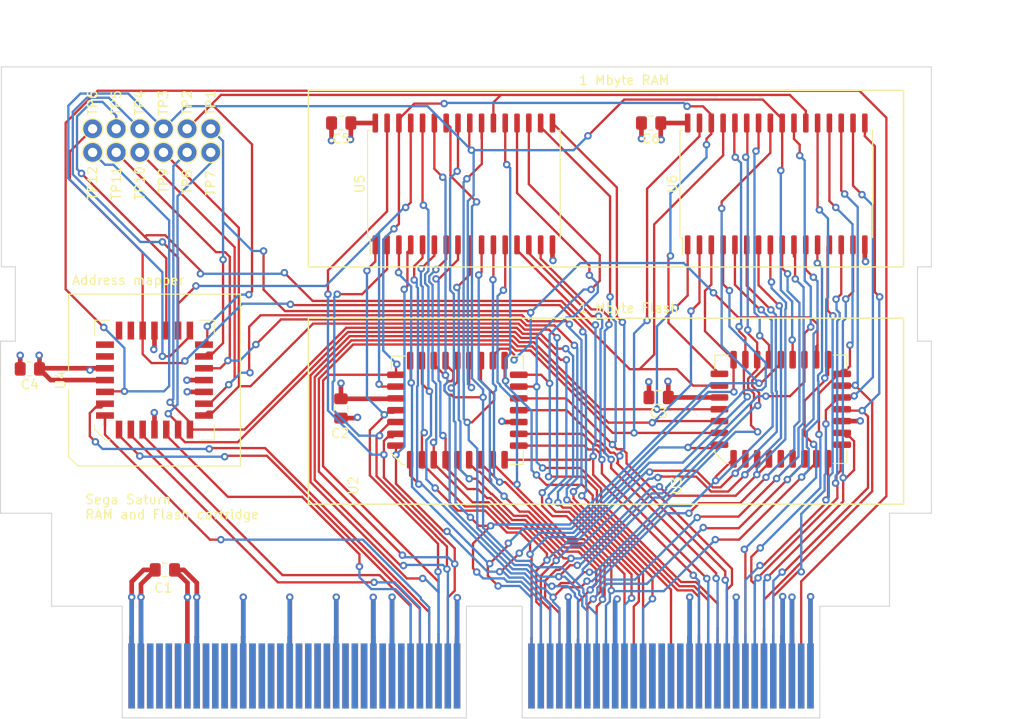
<source format=kicad_pcb>
(kicad_pcb (version 20221018) (generator pcbnew)

  (general
    (thickness 1.6)
  )

  (paper "A4")
  (layers
    (0 "F.Cu" signal)
    (1 "In1.Cu" power "GND")
    (2 "In2.Cu" power "VDD")
    (31 "B.Cu" signal)
    (32 "B.Adhes" user "B.Adhesive")
    (33 "F.Adhes" user "F.Adhesive")
    (34 "B.Paste" user)
    (35 "F.Paste" user)
    (36 "B.SilkS" user "B.Silkscreen")
    (37 "F.SilkS" user "F.Silkscreen")
    (38 "B.Mask" user)
    (39 "F.Mask" user)
    (40 "Dwgs.User" user "User.Drawings")
    (41 "Cmts.User" user "User.Comments")
    (42 "Eco1.User" user "User.Eco1")
    (44 "Edge.Cuts" user)
    (45 "Margin" user)
    (46 "B.CrtYd" user "B.Courtyard")
    (47 "F.CrtYd" user "F.Courtyard")
    (48 "B.Fab" user)
    (49 "F.Fab" user)
  )

  (setup
    (stackup
      (layer "F.SilkS" (type "Top Silk Screen"))
      (layer "F.Paste" (type "Top Solder Paste"))
      (layer "F.Mask" (type "Top Solder Mask") (thickness 0.01))
      (layer "F.Cu" (type "copper") (thickness 0.035))
      (layer "dielectric 1" (type "prepreg") (thickness 0.1) (material "FR4") (epsilon_r 4.5) (loss_tangent 0.02))
      (layer "In1.Cu" (type "copper") (thickness 0.035))
      (layer "dielectric 2" (type "core") (thickness 1.24) (material "FR4") (epsilon_r 4.5) (loss_tangent 0.02))
      (layer "In2.Cu" (type "copper") (thickness 0.035))
      (layer "dielectric 3" (type "prepreg") (thickness 0.1) (material "FR4") (epsilon_r 4.5) (loss_tangent 0.02))
      (layer "B.Cu" (type "copper") (thickness 0.035))
      (layer "B.Mask" (type "Bottom Solder Mask") (thickness 0.01))
      (layer "B.Paste" (type "Bottom Solder Paste"))
      (layer "B.SilkS" (type "Bottom Silk Screen"))
      (copper_finish "None")
      (dielectric_constraints no)
      (edge_connector bevelled)
    )
    (pad_to_mask_clearance 0)
    (pcbplotparams
      (layerselection 0x00010fc_ffffffff)
      (plot_on_all_layers_selection 0x0000000_00000000)
      (disableapertmacros false)
      (usegerberextensions false)
      (usegerberattributes true)
      (usegerberadvancedattributes true)
      (creategerberjobfile true)
      (dashed_line_dash_ratio 12.000000)
      (dashed_line_gap_ratio 3.000000)
      (svgprecision 4)
      (plotframeref false)
      (viasonmask false)
      (mode 1)
      (useauxorigin false)
      (hpglpennumber 1)
      (hpglpenspeed 20)
      (hpglpendiameter 15.000000)
      (dxfpolygonmode true)
      (dxfimperialunits true)
      (dxfusepcbnewfont true)
      (psnegative false)
      (psa4output false)
      (plotreference true)
      (plotvalue true)
      (plotinvisibletext false)
      (sketchpadsonfab false)
      (subtractmaskfromsilk false)
      (outputformat 4)
      (mirror false)
      (drillshape 0)
      (scaleselection 1)
      (outputdirectory "")
    )
  )

  (net 0 "")
  (net 1 "VDD")
  (net 2 "GND")
  (net 3 "/~{CSROM}")
  (net 4 "/~{CSRAM}")
  (net 5 "/~{RD}")
  (net 6 "/~{WRL}")
  (net 7 "/~{WRH}")
  (net 8 "/~{AWAIT}")
  (net 9 "/~{ACS0}")
  (net 10 "/~{ACS1}")
  (net 11 "/~{ARD}")
  (net 12 "/~{AWR0}")
  (net 13 "/~{AWR1}")
  (net 14 "/MCLK")
  (net 15 "unconnected-(U1-~{SYSRES}-PadA3)")
  (net 16 "unconnected-(U1-ISD-PadA4)")
  (net 17 "unconnected-(U1-IBCK-PadA5)")
  (net 18 "unconnected-(U1-ILRCK-PadA6)")
  (net 19 "unconnected-(U1-SCSPCLK-PadA7)")
  (net 20 "unconnected-(U1-EXBG0-PadA9)")
  (net 21 "unconnected-(U1-EXBG2-PadA10)")
  (net 22 "unconnected-(U1-EXBG4-PadA11)")
  (net 23 "unconnected-(U1-EXBG6-PadA12)")
  (net 24 "unconnected-(U1-EXBG8-PadA14)")
  (net 25 "unconnected-(U1-EXBG10-PadA15)")
  (net 26 "unconnected-(U1-EXBG12-PadA16)")
  (net 27 "unconnected-(U1-EXBG14-PadA17)")
  (net 28 "unconnected-(U1-EXBG16-PadA19)")
  (net 29 "unconnected-(U1-EXBG18-PadA20)")
  (net 30 "unconnected-(U1-EXBG20-PadA21)")
  (net 31 "unconnected-(U1-EXBG22-PadA22)")
  (net 32 "unconnected-(U1-~{EXON}-PadA24)")
  (net 33 "unconnected-(U1-~{EXLA1}-PadA25)")
  (net 34 "unconnected-(U1-~{HSYNC}-PadA26)")
  (net 35 "unconnected-(U1-DOTCLK-PadA28)")
  (net 36 "unconnected-(U1-CRTG0-PadA30)")
  (net 37 "/AA25")
  (net 38 "/AA23")
  (net 39 "/AA21")
  (net 40 "/AA19")
  (net 41 "/AA17")
  (net 42 "/AA15")
  (net 43 "/AA12")
  (net 44 "/AA13")
  (net 45 "/AA8")
  (net 46 "/AA9")
  (net 47 "/AA11")
  (net 48 "/AA10")
  (net 49 "/AA1")
  (net 50 "unconnected-(U1-~{ACS2}-PadA48)")
  (net 51 "unconnected-(U1-~{AFC0}-PadA50)")
  (net 52 "unconnected-(U1-~{ATIM0}-PadA51)")
  (net 53 "unconnected-(U1-~{ATIM2}-PadA52)")
  (net 54 "unconnected-(U1-~{AAS}-PadA53)")
  (net 55 "/AD0")
  (net 56 "/AD1")
  (net 57 "/AD2")
  (net 58 "/AD3")
  (net 59 "/AD8")
  (net 60 "/AD9")
  (net 61 "/AD10")
  (net 62 "/AD11")
  (net 63 "unconnected-(U1-~{COPRES}-PadA66)")
  (net 64 "unconnected-(U1-SSEL-PadB3)")
  (net 65 "unconnected-(U1-DSD-PadB4)")
  (net 66 "unconnected-(U1-DBCK-PadB5)")
  (net 67 "unconnected-(U1-DLRCK-PadB6)")
  (net 68 "unconnected-(U1-EXBG1-PadB9)")
  (net 69 "unconnected-(U1-EXBG3-PadB10)")
  (net 70 "unconnected-(U1-EXBG5-PadB11)")
  (net 71 "unconnected-(U1-EXBG7-PadB12)")
  (net 72 "unconnected-(U1-EXBG9-PadB14)")
  (net 73 "unconnected-(U1-EXBG11-PadB15)")
  (net 74 "unconnected-(U1-EXBG13-PadB16)")
  (net 75 "unconnected-(U1-EXBG15-PadB17)")
  (net 76 "unconnected-(U1-EXBG17-PadB19)")
  (net 77 "unconnected-(U1-EXBG19-PadB20)")
  (net 78 "unconnected-(U1-EXBG21-PadB21)")
  (net 79 "unconnected-(U1-EXBG23-PadB22)")
  (net 80 "unconnected-(U1-~{MPEGON}-PadB24)")
  (net 81 "unconnected-(U1-~{EXSL}-PadB25)")
  (net 82 "unconnected-(U1-~{VSYNC}-PadB26)")
  (net 83 "unconnected-(U1-~{EXSYNC}-PadB28)")
  (net 84 "unconnected-(U1-CRTG1-PadB30)")
  (net 85 "/AA24")
  (net 86 "/AA22")
  (net 87 "/AA20")
  (net 88 "/AA18")
  (net 89 "/AA16")
  (net 90 "/AA14")
  (net 91 "/AA7")
  (net 92 "/AA6")
  (net 93 "/AA5")
  (net 94 "/AA4")
  (net 95 "/AA3")
  (net 96 "/AA2")
  (net 97 "unconnected-(U1-AA0-PadB45)")
  (net 98 "unconnected-(U1-~{AFC1}-PadB50)")
  (net 99 "unconnected-(U1-~{ATIM1}-PadB51)")
  (net 100 "unconnected-(U1-~{AIRQ}-PadB53)")
  (net 101 "/AD7")
  (net 102 "/AD6")
  (net 103 "/AD5")
  (net 104 "/AD4")
  (net 105 "/AD15")
  (net 106 "/AD14")
  (net 107 "/AD12")
  (net 108 "/AD13")
  (net 109 "unconnected-(U4-IO20-Pad24)")
  (net 110 "unconnected-(U4-IO21-Pad25)")
  (net 111 "unconnected-(U4-IO22-Pad26)")
  (net 112 "unconnected-(U4-IO23-Pad27)")

  (footprint "Library:TestPoint_Plated_Hole_D1.0mm" (layer "F.Cu") (at 111.88 73.18 180))

  (footprint "Library:TestPoint_Plated_Hole_D1.0mm" (layer "F.Cu") (at 109.34 73.18 180))

  (footprint "Library:PLCC-28_8428" (layer "F.Cu") (at 113.45 97.66 90))

  (footprint "Library:TestPoint_Plated_Hole_D1.0mm" (layer "F.Cu") (at 119.5 70.64 180))

  (footprint "Library:TestPoint_Plated_Hole_D1.0mm" (layer "F.Cu") (at 106.8 73.18 180))

  (footprint "Library:SOP-32" (layer "F.Cu") (at 180.31 76.57 90))

  (footprint "Capacitor_SMD:C_0805_2012Metric_Pad1.18x1.45mm_HandSolder" (layer "F.Cu") (at 133.5275 70.02 180))

  (footprint "Library:TestPoint_Plated_Hole_D1.0mm" (layer "F.Cu") (at 109.34 70.64 180))

  (footprint "Library:TestPoint_Plated_Hole_D1.0mm" (layer "F.Cu") (at 114.42 70.64 180))

  (footprint "Library:SOP-32" (layer "F.Cu") (at 146.72 76.57 90))

  (footprint "Capacitor_SMD:C_0805_2012Metric_Pad1.18x1.45mm_HandSolder" (layer "F.Cu") (at 114.57 118.07))

  (footprint "Library:PLCC-32_8432" (layer "F.Cu") (at 146.02 100.9 90))

  (footprint "Library:TestPoint_Plated_Hole_D1.0mm" (layer "F.Cu") (at 106.8 70.64 180))

  (footprint "Capacitor_SMD:C_0805_2012Metric_Pad1.18x1.45mm_HandSolder" (layer "F.Cu") (at 133.5 100.7125 -90))

  (footprint "Capacitor_SMD:C_0805_2012Metric_Pad1.18x1.45mm_HandSolder" (layer "F.Cu") (at 166.8525 70.02 180))

  (footprint "Capacitor_SMD:C_0805_2012Metric_Pad1.18x1.45mm_HandSolder" (layer "F.Cu") (at 100.05 96.46 180))

  (footprint "Library:TestPoint_Plated_Hole_D1.0mm" (layer "F.Cu") (at 119.5 73.18 180))

  (footprint "Capacitor_SMD:C_0805_2012Metric_Pad1.18x1.45mm_HandSolder" (layer "F.Cu") (at 167.6625 99.53 180))

  (footprint "Library:TestPoint_Plated_Hole_D1.0mm" (layer "F.Cu") (at 116.96 73.18 180))

  (footprint "Library:PLCC-32_8432" (layer "F.Cu") (at 180.8 100.8 90))

  (footprint "Library:TestPoint_Plated_Hole_D1.0mm" (layer "F.Cu") (at 116.96 70.64 180))

  (footprint "Library:TestPoint_Plated_Hole_D1.0mm" (layer "F.Cu") (at 111.88 70.64 180))

  (footprint "Library:SATURN_CN1" (layer "F.Cu") (at 109.99 125.98))

  (footprint "Library:TestPoint_Plated_Hole_D1.0mm" (layer "F.Cu") (at 114.42 73.18 180))

  (gr_rect (start 130 66.5) (end 194 85.5)
    (stroke (width 0.15) (type default)) (fill none) (layer "F.SilkS") (tstamp a6b167f1-9cac-4e53-add4-ad2e2517ef39))
  (gr_rect (start 130 91) (end 194 111)
    (stroke (width 0.15) (type default)) (fill none) (layer "F.SilkS") (tstamp c1377649-0c44-464c-b3f3-ab127a7090fd))
  (gr_line (start 150 122) (end 150 64)
    (stroke (width 0.15) (type default)) (layer "Eco1.User") (tstamp bdfd6878-abc7-4789-b7cd-afda63aa0df3))
  (gr_line (start 195.5 89.5) (end 98.5 89.5)
    (stroke (width 0.15) (type default)) (layer "Eco1.User") (tstamp e849be9c-8dfb-4966-9e35-2065530ace32))
  (gr_line (start 96.89 93.48) (end 96.89 111.98)
    (stroke (width 0.1) (type default)) (layer "Edge.Cuts") (tstamp 26efc865-a19c-4913-a318-9055b5962c06))
  (gr_line (start 195.49 85.48) (end 196.99 85.48)
    (stroke (width 0.1) (type default)) (layer "Edge.Cuts") (tstamp 4137ff99-5efb-4096-a64a-e02f430a5ac9))
  (gr_line (start 196.99 63.98) (end 96.99 63.98)
    (stroke (width 0.1) (type default)) (layer "Edge.Cuts") (tstamp 46e091f8-3e2e-4d54-8989-fac748598c76))
  (gr_line (start 196.99 85.48) (end 196.99 63.98)
    (stroke (width 0.1) (type default)) (layer "Edge.Cuts") (tstamp 4f837575-f8c5-4523-a767-98a5dd25cdf5))
  (gr_line (start 192.49 111.98) (end 196.99 111.98)
    (stroke (width 0.1) (type default)) (layer "Edge.Cuts") (tstamp 5df55996-96f7-40d7-b671-5e3cb346e2b3))
  (gr_line (start 192.49 121.98) (end 192.49 111.98)
    (stroke (width 0.1) (type default)) (layer "Edge.Cuts") (tstamp 61ddd867-1616-4456-b7dc-94d10d9edbd5))
  (gr_line (start 96.89 111.98) (end 102.39 111.98)
    (stroke (width 0.1) (type default)) (layer "Edge.Cuts") (tstamp 66a74439-54f6-4403-a5f1-b249e2e360be))
  (gr_line (start 102.39 121.98) (end 109.99 121.98)
    (stroke (width 0.1) (type default)) (layer "Edge.Cuts") (tstamp 7f73f415-af0a-4e30-b8c2-9fbc25fcfaf0))
  (gr_line (start 96.99 63.98) (end 96.99 85.48)
    (stroke (width 0.1) (type default)) (layer "Edge.Cuts") (tstamp 847fdc5e-8fcd-4b4f-a7eb-512a24115e76))
  (gr_line (start 96.99 85.48) (end 98.49 85.48)
    (stroke (width 0.1) (type default)) (layer "Edge.Cuts") (tstamp 84ae881f-c1f3-4201-945b-3e3f7f558d26))
  (gr_line (start 98.49 93.48) (end 96.89 93.48)
    (stroke (width 0.1) (type default)) (layer "Edge.Cuts") (tstamp 9117ed7d-daad-42b0-88bf-39fb005725f8))
  (gr_line (start 98.49 85.48) (end 98.49 93.48)
    (stroke (width 0.1) (type default)) (layer "Edge.Cuts") (tstamp a14122f6-8b83-4593-af3e-a7bd404646fd))
  (gr_line (start 196.99 111.98) (end 196.99 93.48)
    (stroke (width 0.1) (type default)) (layer "Edge.Cuts") (tstamp a258845f-c130-4452-b724-a9ac96631bca))
  (gr_line (start 196.99 93.48) (end 195.49 93.48)
    (stroke (width 0.1) (type default)) (layer "Edge.Cuts") (tstamp a4f68842-6b36-493f-9c30-8564361a8b55))
  (gr_line (start 184.99 121.98) (end 192.49 121.98)
    (stroke (width 0.1) (type default)) (layer "Edge.Cuts") (tstamp b5f7aef3-9cbc-4c5e-8fb5-c954b3e65829))
  (gr_line (start 195.49 93.48) (end 195.49 85.48)
    (stroke (width 0.1) (type default)) (layer "Edge.Cuts") (tstamp b7acb519-8269-43da-be45-cd24fa5d160a))
  (gr_line (start 102.39 111.98) (end 102.39 121.98)
    (stroke (width 0.1) (type default)) (layer "Edge.Cuts") (tstamp fa2e1d12-0bd9-46db-a7b3-b44336313362))
  (gr_text "Address mapper" (at 104.5 87.5) (layer "F.SilkS") (tstamp 0cc24dd1-9bc6-4353-8d20-4608f56f824d)
    (effects (font (size 1 1) (thickness 0.15)) (justify left bottom))
  )
  (gr_text "1 Mbyte Flash" (at 159 90.5) (layer "F.SilkS") (tstamp 3ad84fec-8402-470d-adeb-da6ca6c1da6e)
    (effects (font (size 1 1) (thickness 0.15)) (justify left bottom))
  )
  (gr_text "Sega Saturn\nRAM and Flash cartridge" (at 105.9 112.7) (layer "F.SilkS") (tstamp a876362f-4b64-4a0f-a525-36d00efc03a5)
    (effects (font (size 1 1) (thickness 0.15)) (justify left bottom))
  )
  (gr_text "1 Mbyte RAM\n" (at 159 66) (layer "F.SilkS") (tstamp d8b84799-57b6-4c0d-96ea-4fab1526717d)
    (effects (font (size 1 1) (thickness 0.15)) (justify left bottom))
  )
  (dimension (type aligned) (layer "Eco1.User") (tstamp a97910fa-4868-4813-ac43-01d96c079285)
    (pts (xy 195.5 89.5) (xy 195.5 85.5))
    (height 7.7)
    (gr_text "4.0000 mm" (at 202.05 87.5 90) (layer "Eco1.User") (tstamp a97910fa-4868-4813-ac43-01d96c079285)
      (effects (font (size 1 1) (thickness 0.15)))
    )
    (format (prefix "") (suffix "") (units 3) (units_format 1) (precision 4))
    (style (thickness 0.15) (arrow_length 1.27) (text_position_mode 0) (extension_height 0.58642) (extension_offset 0.5) keep_text_aligned)
  )
  (dimension (type aligned) (layer "Eco1.User") (tstamp f6f758f3-dbbb-48f4-9719-d87db58343bc)
    (pts (xy 197 85.5) (xy 197 93.5))
    (height -3.66)
    (gr_text "8.0000 mm" (at 199.51 89.5 90) (layer "Eco1.User") (tstamp f6f758f3-dbbb-48f4-9719-d87db58343bc)
      (effects (font (size 1 1) (thickness 0.15)))
    )
    (format (prefix "") (suffix "") (units 3) (units_format 1) (precision 4))
    (style (thickness 0.15) (arrow_length 1.27) (text_position_mode 0) (extension_height 0.58642) (extension_offset 0.5) keep_text_aligned)
  )

  (segment (start 108.1275 97.66) (end 102.288 97.66) (width 0.5) (layer "F.Cu") (net 1) (tstamp 01f13a23-3c7d-4a43-9432-1a1a343e71e9))
  (segment (start 112.766 118.836) (end 113.532 118.07) (width 0.5) (layer "F.Cu") (net 1) (tstamp 12fa0766-2ae7-4946-ba3f-66ab830669a8))
  (segment (start 134.565 71.755) (end 134.53 71.79) (width 0.5) (layer "F.Cu") (net 1) (tstamp 1e284372-bcf9-400a-892e-e797b39138a4))
  (segment (start 112 119.602) (end 112.766 118.836) (width 0.5) (layer "F.Cu") (net 1) (tstamp 26a1cc9c-3ab5-45dc-9522-eb9a6d25c74d))
  (segment (start 167.89 70.02) (end 170.785 70.02) (width 0.5) (layer "F.Cu") (net 1) (tstamp 26b0f857-4f47-486f-a293-f1262f3644f7))
  (segment (start 139.375 99.675) (end 139.42 99.63) (width 0.5) (layer "F.Cu") (net 1) (tstamp 2b5630cb-0d5c-4e8c-8787-bfb1f47f56fa))
  (segment (start 133.5 99.675) (end 133.5 98.0028) (width 0.5) (layer "F.Cu") (net 1) (tstamp 35ab9fd1-0459-4494-8011-97b0b3f2dbd5))
  (segment (start 102.288 97.66) (end 101.688 97.06) (width 0.5) (layer "F.Cu") (net 1) (tstamp 36ad30a3-1ea7-48a6-bae2-58631ef4743e))
  (segment (start 106.5172 96.5859) (end 106.7131 96.39) (width 0.5) (layer "F.Cu") (net 1) (tstamp 435192e4-6a6b-4650-901a-290275f982fc))
  (segment (start 183.99 120.957) (end 184 120.947) (width 0.5) (layer "F.Cu") (net 1) (tstamp 456f5759-8ceb-4ec0-b600-1bd0a77027d3))
  (segment (start 168.7 99.53) (end 174.2 99.53) (width 0.5) (layer "F.Cu") (net 1) (tstamp 4f351af1-02ed-42bc-bfec-e7f5f2463d1e))
  (segment (start 106.7131 96.39) (end 108.1275 96.39) (width 0.5) (layer "F.Cu") (net 1) (tstamp 4f8c4ce9-35d0-4b93-b290-2d01b476274b))
  (segment (start 101.088 95.0375) (end 101.05 95) (width 0.5) (layer "F.Cu") (net 1) (tstamp 506312ab-baa8-48db-a8dd-5719c9a2a859))
  (segment (start 167.89 71.77) (end 167.94 71.82) (width 0.5) (layer "F.Cu") (net 1) (tstamp 516a2a59-8c61-4b56-ad63-6ef4478692dd))
  (segment (start 111.99 125.26) (end 111.99 129.48) (width 0.5) (layer "F.Cu") (net 1) (tstamp 519ea926-65e5-465d-896d-7ceb06484ee8))
  (segment (start 168.7 97.83) (end 168.66 97.79) (width 0.5) (layer "F.Cu") (net 1) (tstamp 51f542f5-1037-468d-9e96-75cc7800f27c))
  (segment (start 112.28 118.07) (end 111 119.35) (width 0.5) (layer "F.Cu") (net 1) (tstamp 5cec3896-7fad-439c-8587-940efaa06b11))
  (segment (start 133.5 99.675) (end 139.375 99.675) (width 0.5) (layer "F.Cu") (net 1) (tstamp 5dc192b8-8b8d-4781-9920-57fe5284bdd0))
  (segment (start 113.532 118.07) (end 112.28 118.07) (width 0.5) (layer "F.Cu") (net 1) (tstamp 5f49f843-f34e-461e-904d-8d239da59e96))
  (segment (start 112 125.25) (end 111.99 125.26) (width 0.5) (layer "F.Cu") (net 1) (tstamp 66a127a5-536d-4099-8dbb-fffd2201968b))
  (segment (start 168.7 99.53) (end 168.7 97.83) (width 0.5) (layer "F.Cu") (net 1) (tstamp 6b43af35-6479-4e2b-9f3e-42af13ba02ce))
  (segment (start 112 121) (end 112 119.602) (width 0.5) (layer "F.Cu") (net 1) (tstamp 6bd23816-f6a5-4124-9606-198e029c6cc4))
  (segment (start 112 129.5) (end 112 125.25) (width 0.5) (layer "F.Cu") (net 1) (tstamp 75ff625c-a996-4f9e-bc7e-16bba61ca229))
  (segment (start 108.128 97.66) (end 108.1275 97.66) (width 0.5) (layer "F.Cu") (net 1) (tstamp 8ea0841c-5552-4de6-b20d-2da94c52848a))
  (segment (start 112.766 118.836) (end 112.7665 118.836) (width 0.5) (layer "F.Cu") (net 1) (tstamp 8f3249d3-4311-4094-ae5c-264ced58e6ae))
  (segment (start 112.7665 118.836) (end 113.5325 118.07) (width 0.5) (layer "F.Cu") (net 1) (tstamp 91fcd9ff-6912-423c-82d8-839c90c6098c))
  (segment (start 101.688 97.06) (end 101.6875 97.06) (width 0.5) (layer "F.Cu") (net 1) (tstamp 9a251317-cafc-4200-94e6-96c91dcb5944))
  (segment (start 110.99 125.26) (end 110.99 129.48) (width 0.5) (layer "F.Cu") (net 1) (tstamp a70ae654-4669-4dbe-b2ac-1add1184b77e))
  (segment (start 167.89 70.02) (end 167.89 71.77) (width 0.5) (layer "F.Cu") (net 1) (tstamp ad780b75-c991-42e4-9aa8-c3cc5d870ab2))
  (segment (start 183.99 129.48) (end 183.99 120.957) (width 0.5) (layer "F.Cu") (net 1) (tstamp b4bc55d8-babd-48ae-a482-84454168d76d))
  (segment (start 101.158 96.39) (end 106.7131 96.39) (width 0.5) (layer "F.Cu") (net 1) (tstamp b6f28b95-7ca6-4846-870d-8b5fa8691407))
  (segment (start 134.565 70.02) (end 137.195 70.02) (width 0.5) (layer "F.Cu") (net 1) (tstamp c04314e0-66c0-4fff-97aa-6a0539220eb8))
  (segment (start 136.99 121.03) (end 136.974 121.014) (width 0.5) (layer "F.Cu") (net 1) (tstamp c34f6270-3e12-48f2-b38f-edbe706059fa))
  (segment (start 136.99 129.48) (end 136.99 121.03) (width 0.5) (layer "F.Cu") (net 1) (tstamp c90a9e91-f4b6-4381-9801-e1c17daab82b))
  (segment (start 101.688 97.06) (end 101.088 96.46) (width 0.5) (layer "F.Cu") (net 1) (tstamp ce304639-d776-4c2f-8907-796acb787a66))
  (segment (start 111 129.5) (end 111 125.25) (width 0.5) (layer "F.Cu") (net 1) (tstamp d14b99bf-073e-4a92-a4bb-7611a137cf57))
  (segment (start 134.565 70.02) (end 134.565 71.755) (width 0.5) (layer "F.Cu") (net 1) (tstamp da8d1cff-bcd7-45d7-910e-0ae71fcaa2db))
  (segment (start 108.1275 96.39) (end 108.128 96.39) (width 0.5) (layer "F.Cu") (net 1) (tstamp e2dae3d2-17fc-4509-8c0f-4dcb556569ef))
  (segment (start 101.088 96.46) (end 101.088 95.0375) (width 0.5) (layer "F.Cu") (net 1) (tstamp e49be05e-8ffe-4eab-b242-6b56797369d0))
  (segment (start 112 125.25) (end 112 121) (width 0.5) (layer "F.Cu") (net 1) (tstamp e5d65acd-a3b5-474f-a056-c7d2c8ad39ba))
  (segment (start 101.6875 97.06) (end 101.0875 96.46) (width 0.5) (layer "F.Cu") (net 1) (tstamp e9118992-fa4e-417c-a59f-02b1a1ea5401))
  (segment (start 133.5 98.0028) (end 133.505 97.9976) (width 0.5) (layer "F.Cu") (net 1) (tstamp eae4e074-f339-459c-84f8-db26764adae1))
  (segment (start 111 119.35) (end 111 121) (width 0.5) (layer "F.Cu") (net 1) (tstamp ede21ec4-0e91-4afc-b7dc-1da56f0bf4ba))
  (segment (start 111 125.25) (end 111 121) (width 0.5) (layer "F.Cu") (net 1) (tstamp f8a21f81-31d9-4555-a1d8-68d1ec9f976a))
  (segment (start 136.974 129.474) (end 136.974 121.014) (width 0.5) (layer "F.Cu") (net 1) (tstamp feff46ee-d5bc-4432-b5f8-def141c21f29))
  (segment (start 111 125.25) (end 110.99 125.26) (width 0.5) (layer "F.Cu") (net 1) (tstamp ff6fd162-d1dd-4a35-82d4-724224184d3e))
  (via (at 133.505 97.9976) (size 0.8) (drill 0.4) (layers "F.Cu" "B.Cu") (net 1) (tstamp 03bf9836-cbbf-4ab3-a0ca-823d3e018ab0))
  (via (at 106.5172 96.5859) (size 0.8) (drill 0.4) (layers "F.Cu" "B.Cu") (net 1) (tstamp 1d72d8bc-f66c-4b8b-a26d-c4ce7d54a3a5))
  (via (at 112 121) (size 0.8) (drill 0.4) (layers "F.Cu" "B.Cu") (net 1) (tstamp 2460c0f0-e535-4487-88ec-45bed6255327))
  (via (at 134.53 71.79) (size 0.8) (drill 0.4) (layers "F.Cu" "B.Cu") (net 1) (tstamp 40502ad7-7eb3-4228-a924-105219774fd2))
  (via (at 168.66 97.79) (size 0.8) (drill 0.4) (layers "F.Cu" "B.Cu") (net 1) (tstamp 50044bb1-ce4c-4076-b591-bcf9ca6b72db))
  (via (at 167.94 71.82) (size 0.8) (drill 0.4) (layers "F.Cu" "B.Cu") (net 1) (tstamp 915fd6f5-2294-4e40-bdde-2db73c1838e0))
  (via (at 184 120.947) (size 0.8) (drill 0.4) (layers "F.Cu" "B.Cu") (net 1) (tstamp 984706ac-97c8-4a23-ab32-9f8dbcb9e702))
  (via (at 136.974 121.014) (size 0.8) (drill 0.4) (layers "F.Cu" "B.Cu") (net 1) (tstamp bbec4c21-91fc-4bb7-8d5e-b073a6223d0e))
  (via (at 101.05 95) (size 0.8) (drill 0.4) (layers "F.Cu" "B.Cu") (net 1) (tstamp e48615b9-74f0-4fb0-9714-74f1791f604f))
  (via (at 111 121) (size 0.8) (drill 0.4) (layers "F.Cu" "B.Cu") (net 1) (tstamp f62948a3-b2af-4eb3-bbfb-d03330508906))
  (segment (start 112 125.25) (end 112 121) (width 0.5) (layer "B.Cu") (net 1) (tstamp 030953ab-43b0-4be8-b7a4-b2117612fce4))
  (segment (start 110.99 125.26) (end 110.99 129.48) (width 0.5) (layer "B.Cu") (net 1) (tstamp 147391db-b530-4921-8c2f-e5276ade75d2))
  (segment (start 183.99 120.957) (end 184 120.947) (width 0.5) (layer "B.Cu") (net 1) (tstamp 320413c4-e7a2-46de-a193-14ad41f21918))
  (segment (start 136.974 129.474) (end 136.974 125.244) (width 0.5) (layer "B.Cu") (net 1) (tstamp 57d8936c-e162-469a-ab91-260ed57ac58f))
  (segment (start 111 125.25) (end 110.99 125.26) (width 0.5) (layer "B.Cu") (net 1) (tstamp 70d0f7b5-a1f9-4028-b5c2-26c83cc6aa4e))
  (segment (start 136.974 125.244) (end 136.99 125.26) (width 0.5) (layer "B.Cu") (net 1) (tstamp 78668fbd-894c-47d4-a68f-7b38cbee71eb))
  (segment (start 136.974 125.244) (end 136.974 121.014) (width 0.5) (layer "B.Cu") (net 1) (tstamp 8852d6af-e1dd-4590-8b81-f79b25e6e20c))
  (segment (start 183.99 129.48) (end 183.99 120.957) (width 0.5) (layer "B.Cu") (net 1) (tstamp 8f70e055-8c0b-448b-942a-caa972ac1324))
  (segment (start 111 125.25) (end 111 121) (width 0.5) (layer "B.Cu") (net 1) (tstamp 95ff20ae-7c86-4f98-8d8a-19fb2053c513))
  (segment (start 111 129.5) (end 111 125.25) (width 0.5) (layer "B.Cu") (net 1) (tstamp 971245aa-1c76-414a-8c89-1cf18fe105c4))
  (segment (start 111.99 125.26) (end 111.99 129.48) (width 0.5) (layer "B.Cu") (net 1) (tstamp a285927c-821d-4ad8-90c1-5d489ddee8d4))
  (segment (start 112 125.25) (end 111.99 125.26) (width 0.5) (layer "B.Cu") (net 1) (tstamp c35523b5-19a2-4e98-ae28-074c6fa339f7))
  (segment (start 112 129.5) (end 112 125.25) (width 0.5) (layer "B.Cu") (net 1) (tstamp ebe07b0b-e607-4a34-ac75-de8e53de7d95))
  (segment (start 136.99 125.26) (end 136.99 129.48) (width 0.5) (layer "B.Cu") (net 1) (tstamp ecfd4509-7726-46ff-a60b-5093e82b71bb))
  (segment (start 157.99 121.026) (end 157.94 120.976) (width 0.5) (layer "F.Cu") (net 2) (tstamp 062f5e65-9459-4c52-910f-46709e97741c))
  (segment (start 116.99 129.48) (end 116.99 121.01) (width 0.5) (layer "F.Cu") (net 2) (tstamp 0be0436f-fa34-458c-90ab-b3f62547fe0b))
  (segment (start 117 121) (end 117 119.462) (width 0.5) (layer "F.Cu") (net 2) (tstamp 0bfff263-622f-417e-bdcb-35fa5a5af0c6))
  (segment (start 133 125.25) (end 133 121) (width 0.5) (layer "F.Cu") (net 2) (tstamp 109c8894-1a0c-46d3-b681-6d8f5f8c0a9f))
  (segment (start 146 125.284) (end 145.99 125.294) (width 0.5) (layer "F.Cu") (net 2) (tstamp 12307204-8e5f-4c93-bf36-f368962591ec))
  (segment (start 181.99 125.26) (end 181.99 129.48) (width 0.5) (layer "F.Cu") (net 2) (tstamp 1d1c5ff6-2134-4854-852f-9f1504e34a7b))
  (segment (start 135.2 101.75) (end 135.28 101.67) (width 0.5) (layer "F.Cu") (net 2) (tstamp 225f0ab2-8a55-4552-b577-94fdbfe5571f))
  (segment (start 132.49 70.02) (end 132.49 71.9) (width 0.5) (layer "F.Cu") (net 2) (tstamp 256bf3b9-28a1-4f04-b860-c09ea17b99fa))
  (segment (start 171 125.25) (end 171 121) (width 0.5) (layer "F.Cu") (net 2) (tstamp 268c0ed3-bc40-42ee-b0a8-f040115168d7))
  (segment (start 116.3035 118.766) (end 115.6075 118.07) (width 0.5) (layer "F.Cu") (net 2) (tstamp 27d6e283-7536-4388-b0ad-cd9ac17a4560))
  (segment (start 117 119.462) (end 116.304 118.766) (width 0.5) (layer "F.Cu") (net 2) (tstamp 2aded691-940b-4971-86b4-bd287495b518))
  (segment (start 157.99 129.48) (end 157.99 121.026) (width 0.5) (layer "F.Cu") (net 2) (tstamp 2dccf93e-fddd-4136-bd1f-8c468b2d1860))
  (segment (start 117.99 125.26) (end 117.99 129.48) (width 0.5) (layer "F.Cu") (net 2) (tstamp 2ee7e5bd-408d-4410-97b2-d6acbc82f02f))
  (segment (start 182 125.25) (end 182 121) (width 0.5) (layer "F.Cu") (net 2) (tstamp 2eff5f1b-c19c-4c14-9f53-52098a73125a))
  (segment (start 123 125.25) (end 123 121) (width 0.5) (layer "F.Cu") (net 2) (tstamp 2ff93e59-4537-46fc-954e-34183ff2536e))
  (segment (start 115.608 118.07) (end 116.61 118.07) (width 0.5) (layer "F.Cu") (net 2) (tstamp 3a2b0ea6-553c-4e8c-a349-c49952fe2cd7))
  (segment (start 116.98 98.93) (end 116.97 98.92) (width 0.5) (layer "F.Cu") (net 2) (tstamp 3a39739d-274b-41f9-b1cc-9b5f42e09a7b))
  (segment (start 133 129.5) (end 133 125.25) (width 0.5) (layer "F.Cu") (net 2) (tstamp 3c9ede3c-9e23-4aab-a45f-b68c80fc58b9))
  (segment (start 176 125.25) (end 175.99 125.26) (width 0.5) (layer "F.Cu") (net 2) (tstamp 406d3265-da9e-41ec-9a7d-bc66cd72f8ed))
  (segment (start 118.772 97.66) (end 116.95 97.66) (width 0.5) (layer "F.Cu") (net 2) (tstamp 44e9f860-1613-4aa7-ac43-6f829b9a158e))
  (segment (start 113.45 92.3375) (end 113.45 94.3) (width 0.5) (layer "F.Cu") (net 2) (tstamp 460c701d-ca3f-4a95-82bc-c881546787da))
  (segment (start 176 125.25) (end 176 121) (width 0.5) (layer "F.Cu") (net 2) (tstamp 46734187-2bd0-434e-82ff-f6ff3077237a))
  (segment (start 189.835 83.12) (end 189.835 84.845) (width 0.5) (layer "F.Cu") (net 2) (tstamp 498f97bd-40a3-47da-ae12-5ff4bb167f9e))
  (segment (start 175.99 125.26) (end 175.99 129.48) (width 0.5) (layer "F.Cu") (net 2) (tstamp 4a700411-111d-438e-8ce2-b5018c951d32))
  (segment (start 116.99 121.01) (end 117 121) (width 0.5) (layer "F.Cu") (net 2) (tstamp 4beb6bdf-69d1-4c45-a40f-f563a022b8cd))
  (segment (start 145.99 125.294) (end 145.99 129.48) (width 0.5) (layer "F.Cu") (net 2) (tstamp 4d141cbf-5bd4-4515-9407-be00cd199624))
  (segment (start 118 125.25) (end 118 121) (width 0.5) (layer "F.Cu") (net 2) (tstamp 52759e99-1ab3-48ad-9984-daa4792a43d3))
  (segment (start 138.99 125.26) (end 138.99 129.48) (width 0.5) (layer "F.Cu") (net 2) (tstamp 547522ca-f16d-4c74-bf6f-1a31b958887e))
  (segment (start 189.32 102.07) (end 189.34 102.05) (width 0.5) (layer "F.Cu") (net 2) (tstamp 555be2ea-d86f-42e2-b02d-5a714c130496))
  (segment (start 118.772 98.93) (end 116.98 98.93) (width 0.5) (layer "F.Cu") (net 2) (tstamp 5610d22c-ac69-4989-85f2-d206116c2172))
  (segment (start 158 121.031) (end 157.945 120.976) (width 0.5) (layer "F.Cu") (net 2) (tstamp 5c44e789-fd80-4c5d-a29e-621b1cc9462b))
  (segment (start 181 129.5) (end 181 125.219) (width 0.5) (layer "F.Cu") (net 2) (tstamp 5f35daa2-eaf6-494e-9a9c-b9d155b6a50e))
  (segment (start 170.99 125.26) (end 170.99 129.48) (width 0.5) (layer "F.Cu") (net 2) (tstamp 64c9b421-e12d-4bc2-9895-4f1a60d5745d))
  (segment (start 132.99 125.26) (end 132.99 129.48) (width 0.5) (layer "F.Cu") (net 2) (tstamp 66fafcb3-8e1d-41db-b33e-796c4b4d8083))
  (segment (start 139 125.25) (end 138.99 125.26) (width 0.5) (layer "F.Cu") (net 2) (tstamp 6a6d56f2-9ab2-4be5-ba08-380c493a8b06))
  (segment (start 150.88 102.17) (end 150.8 102.09) (width 0.5) (layer "F.Cu") (net 2) (tstamp 6acd3be2-1ae2-41c2-b0ec-a48d52557f77))
  (segment (start 128 129.5) (end 128 125.25) (width 0.5) (layer "F.Cu") (net 2) (tstamp 6dbb1f42-60d3-4585-9a15-a83ddf151f74))
  (segment (start 133.5 101.75) (end 135.2 101.75) (width 0.5) (layer "F.Cu") (net 2) (tstamp 7026b17e-1daf-4e17-9108-aed2e8969e66))
  (segment (start 127.99 125.26) (end 127.99 129.48) (width 0.5) (layer "F.Cu") (net 2) (tstamp 72974d9e-2bd6-485c-b94c-69cbac4cded9))
  (segment (start 118.772 97.66) (end 118.7725 97.66) (width 0.5) (layer "F.Cu") (net 2) (tstamp 72d43a00-3477-4b27-9f0e-d10b530c815e))
  (segment (start 182 129.5) (end 182 125.25) (width 0.5) (layer "F.Cu") (net 2) (tstamp 75cbae97-038d-4f99-a9d7-08424035a922))
  (segment (start 113.45 102.982) (end 113.45 101.18) (width 0.5) (layer "F.Cu") (net 2) (tstamp 769d930d-d80b-460b-ac8b-c1618f929d83))
  (segment (start 122.99 125.26) (end 122.99 129.48) (width 0.5) (layer "F.Cu") (net 2) (tstamp 76b176de-8061-472b-bbd7-2da0780238cb))
  (segment (start 152.62 102.17) (end 150.88 102.17) (width 0.5) (layer "F.Cu") (net 2) (tstamp 7c9f8e6a-7cea-4b64-baec-7aa5cb907ba6))
  (segment (start 118 119.46) (end 118 121) (width 0.5) (layer "F.Cu") (net 2) (tstamp 7ef795d8-468c-4f1b-8541-9d41a181b2e5))
  (segment (start 133 125.25) (end 132.99 125.26) (width 0.5) (layer "F.Cu") (net 2) (tstamp 7f6283cd-bb1e-4b4f-933e-b484970d2b3c))
  (segment (start 180.99 125.229) (end 180.99 129.48) (width 0.5) (layer "F.Cu") (net 2) (tstamp 805056d2-b054-4a21-8049-5da6e68ee271))
  (segment (start 118 129.5) (end 118 125.25) (width 0.5) (layer "F.Cu") (net 2) (tstamp 81e991ea-ead7-449b-bcc3-4e1849466d4e))
  (segment (start 139 129.5) (end 139 125.25) (width 0.5) (layer "F.Cu") (net 2) (tstamp 842348ae-9941-401e-843e-d331ef355e5e))
  (segment (start 116.304 118.766) (end 116.3035 118.766) (width 0.5) (layer "F.Cu") (net 2) (tstamp 89e4264a-0267-40de-bc70-40867ed8acd1))
  (segment (start 176 129.5) (end 176 125.25) (width 0.5) (layer "F.Cu") (net 2) (tstamp 8e111515-de20-44b2-87c1-82fd3d14c9eb))
  (segment (start 113.45 102.982) (end 113.45 102.9825) (width 0.5) (layer "F.Cu") (net 2) (tstamp 8e761df3-c86d-42b5-91c1-dea9101aebf6))
  (segment (start 116.304 118.766) (end 115.608 118.07) (width 0.5) (layer "F.Cu") (net 2) (tstamp 93688a96-ab6f-46e3-b9fe-21a68912bae3))
  (segment (start 157.945 120.976) (end 157.94 120.976) (width 0.5) (layer "F.Cu") (net 2) (tstamp 98fd2416-fc3a-4773-b04f-2c365a42f7b7))
  (segment (start 146 129.5) (end 146 125.284) (width 0.5) (layer "F.Cu") (net 2) (tstamp 9a002b80-bad6-4831-bf25-713d705e5d2b))
  (segment (start 139 125.25) (end 139 121) (width 0.5) (layer "F.Cu") (net 2) (tstamp 9c7daff7-a2f2-472a-8720-2f3ffae480b2))
  (segment (start 162.99 129.48) (end 162.99 121.41) (width 0.5) (layer "F.Cu") (net 2) (tstamp a22e6ee3-0d1d-4271-8778-43171ff7d525))
  (segment (start 162.99 121.41) (end 163.2 121.2) (width 0.5) (layer "F.Cu") (net 2) (tstamp a3d5399e-daa0-4c1f-b6ec-9e805eaabe51))
  (segment (start 99.0125 96.46) (end 99.0125 95) (width 0.5) (layer "F.Cu") (net 2) (tstamp aafbc212-181f-45dc-8fdd-8902e340d48d))
  (segment (start 181 125.219) (end 181 120.938) (width 0.5) (layer "F.Cu") (net 2) (tstamp ab921eb8-7e89-4bea-a15b-e50719f744a1))
  (segment (start 165.815 70.02) (end 165.815 71.7) (width 0.5) (layer "F.Cu") (net 2) (tstamp aef0c38c-e39e-4f7a-9bd0-5f156bd3ac8b))
  (segment (start 116.61 118.07) (end 118 119.46) (width 0.5) (layer "F.Cu") (net 2) (tstamp b23f4df5-99ec-4bc6-9afb-2777c58c1ac9))
  (segment (start 116.95 97.66) (end 116.94 97.67) (width 0.5) (layer "F.Cu") (net 2) (tstamp b318b457-b9a6-4ff8-92b5-26d420b2c577))
  (segment (start 171 129.5) (end 171 125.25) (width 0.5) (layer "F.Cu") (net 2) (tstamp b936f04c-a880-4936-86f2-d2d7ab9dd372))
  (segment (start 132.49 71.9) (end 132.48 71.91) (width 0.5) (layer "F.Cu") (net 2) (tstamp bc319150-adf4-4fee-a936-89f90d5f2c2c))
  (segment (start 113.45 101.18) (end 113.43 101.16) (width 0.5) (layer "F.Cu") (net 2) (tstamp be98935d-7ee0-4ce4-9cf7-b5c4b4e2801b))
  (segment (start 189.835 84.845) (end 189.91 84.92) (width 0.5) (layer "F.Cu") (net 2) (tstamp bf64d923-5331-4ecd-897a-c5a372bb7c62))
  (segment (start 113.45 94.3) (end 113.38 94.37) (width 0.5) (layer "F.Cu") (net 2) (tstamp c3c911f1-0103-42eb-8899-fc50ca9ddfc4))
  (segment (start 118 125.25) (end 117.99 125.26) (width 0.5) (layer "F.Cu") (net 2) (tstamp c4ca5b1c-84c7-4fc1-9f34-8a203f397651))
  (segment (start 187.4 102.07) (end 189.32 102.07) (width 0.5) (layer "F.Cu") (net 2) (tstamp c56064b7-aded-4c41-9ea1-fb7262b867fd))
  (segment (start 128 125.25) (end 127.99 125.26) (width 0.5) (layer "F.Cu") (net 2) (tstamp d266fb9e-4d5b-4859-bae2-acaa4178a3c6))
  (segment (start 182 125.25) (end 181.99 125.26) (width 0.5) (layer "F.Cu") (net 2) (tstamp d324d855-9ff0-45d1-a0c5-8844cc430121))
  (segment (start 171 125.25) (end 170.99 125.26) (width 0.5) (layer "F.Cu") (net 2) (tstamp d5a0d793-b7b7-4c9a-bb9d-9eb1173b7be1))
  (segment (start 166.625 97.865) (end 166.6 97.84) (width 0.5) (layer "F.Cu") (net 2) (tstamp da1d21ba-218f-4b96-b1a8-eacac0098e15))
  (segment (start 146 125.284) (end 146 121.068) (width 0.5) (layer "F.Cu") (net 2) (tstamp dc5772bf-8eae-4af2-9e8e-61433cc58faa))
  (segment (start 156.245 84.745) (end 156.3 84.8) (width 0.5) (layer "F.Cu") (net 2) (tstamp e4146efe-cf5a-44f4-82df-f26444b60fc7))
  (segment (start 146 121.068) (end 146.009 121.059) (width 0.5) (layer "F.Cu") (net 2) (tstamp e54e1a09-95d1-4788-933c-5bb124927423))
  (segment (start 123 125.25) (end 122.99 125.26) (width 0.5) (layer "F.Cu") (net 2) (tstamp ef1781f7-7681-4192-9581-83c58883f0bb))
  (segment (start 166.625 99.53) (end 166.625 97.865) (width 0.5) (layer "F.Cu") (net 2) (tstamp f00c41f0-675a-44ac-9c61-f861510c3ffc))
  (segment (start 181 125.219) (end 180.99 125.229) (width 0.5) (layer "F.Cu") (net 2) (tstamp f4b59f99-26ee-4bf9-9284-11b8f8b3bb22))
  (segment (start 128 125.25) (end 128 121) (width 0.5) (layer "F.Cu") (net 2) (tstamp fc575121-d8cb-41e1-b72e-bd7f113ee423))
  (segment (start 123 129.5) (end 123 125.25) (width 0.5) (layer "F.Cu") (net 2) (tstamp fc64722b-e4ee-42a7-a9b0-4e4c4be5d7a7))
  (segment (start 118.772 98.93) (end 118.7725 98.93) (width 0.5) (layer "F.Cu") (net 2) (tstamp fe396dff-0e3d-4106-9bff-1fbed0dbfd2f))
  (segment (start 156.245 83.12) (end 156.245 84.745) (width 0.5) (layer "F.Cu") (net 2) (tstamp fec06351-0ddb-4a92-b39c-4c64ec7eeb5e))
  (via (at 139 121) (size 0.8) (drill 0.4) (layers "F.Cu" "B.Cu") (net 2) (tstamp 03f90f0a-7d06-4737-9bd0-c8e19f30ccf7))
  (via (at 133 121) (size 0.8) (drill 0.4) (layers "F.Cu" "B.Cu") (net 2) (tstamp 07d62b5b-aafd-4db2-97c7-516d5caa677e))
  (via (at 135.28 101.67) (size 0.8) (drill 0.4) (layers "F.Cu" "B.Cu") (net 2) (tstamp 09cd7b36-94f4-4ded-b7ce-c00c6cc40daa))
  (via (at 189.91 84.92) (size 0.8) (drill 0.4) (layers "F.Cu" "B.Cu") (net 2) (tstamp 1646d3a7-c856-49df-86f9-4effdc92a3d6))
  (via (at 128 121) (size 0.8) (drill 0.4) (layers "F.Cu" "B.Cu") (net 2) (tstamp 2610d424-5f5c-4c47-96ab-b58af11d281c))
  (via (at 166.6 97.84) (size 0.8) (drill 0.4) (layers "F.Cu" "B.Cu") (net 2) (tstamp 3733124b-d635-42d6-8b47-0ddfb68d282e))
  (via (at 99.0125 95) (size 0.8) (drill 0.4) (layers "F.Cu" "B.Cu") (net 2) (tstamp 42271a33-9059-4e03-8699-45106001b108))
  (via (at 118 121) (size 0.8) (drill 0.4) (layers "F.Cu" "B.Cu") (net 2) (tstamp 47d34617-e1b0-4303-8588-15eed57b483c))
  (via (at 123 121) (size 0.8) (drill 0.4) (layers "F.Cu" "B.Cu") (net 2) (tstamp 49483896-baad-40b4-a628-b067d9a1d19a))
  (via (at 117 121) (size 0.8) (drill 0.4) (layers "F.Cu" "B.Cu") (net 2) (tstamp 53b4c4cb-3676-420f-a0d3-5ab9fe1d1b2e))
  (via (at 113.43 101.16) (size 0.8) (drill 0.4) (layers "F.Cu" "B.Cu") (net 2) (tstamp 5f9a9333-84df-4496-b744-8fc36787954c))
  (via (at 150.8 102.09) (size 0.8) (drill 0.4) (layers "F.Cu" "B.Cu") (net 2) (tstamp 6187d6a3-00bd-4638-93d7-f91adad60e56))
  (via (at 132.48 71.91) (size 0.8) (drill 0.4) (layers "F.Cu" "B.Cu") (net 2) (tstamp 678889ef-1930-4092-a78f-bdab2592f651))
  (via (at 189.34 102.05) (size 0.8) (drill 0.4) (layers "F.Cu" "B.Cu") (net 2) (tstamp 830ba9ce-ca51-42a7-ab59-c1acbf93eb5d))
  (via (at 157.94 120.976) (size 0.8) (drill 0.4) (layers "F.Cu" "B.Cu") (net 2) (tstamp 884cbaea-4a20-4141-b1de-0b616da6579b))
  (via (at 163.2 121.2) (size 0.8) (drill 0.4) (layers "F.Cu" "B.Cu") (net 2) (tstamp a60e5f6a-c440-4404-929c-2020257f75fa))
  (via (at 176 121) (size 0.8) (drill 0.4) (layers "F.Cu" "B.Cu") (net 2) (tstamp be83342f-5efe-4f0c-8e57-139f37c7cb99))
  (via (at 171 121) (size 0.8) (drill 0.4) (layers "F.Cu" "B.Cu") (net 2) (tstamp c14b92f3-f941-44b4-91e4-2eec99a3cb73))
  (via (at 156.3 84.8) (size 0.8) (drill 0.4) (layers "F.Cu" "B.Cu") (net 2) (tstamp c3cfd8be-3e3c-4969-9a4b-07dcb0eecf64))
  (via (at 182 121) (size 0.8) (drill 0.4) (layers "F.Cu" "B.Cu") (net 2) (tstamp cb1a7985-59da-4bbe-89d5-c7246ed26e87))
  (via (at 165.815 71.7) (size 0.8) (drill 0.4) (layers "F.Cu" "B.Cu") (net 2) (tstamp dad5ec30-bc78-4dde-8967-0be996c0f8be))
  (via (at 116.97 98.92) (size 0.8) (drill 0.4) (layers "F.Cu" "B.Cu") (net 2) (tstamp e6c08bda-d92e-4e64-adee-c196b6f70e4c))
  (via (at 146.009 121.059) (size 0.8) (drill 0.4) (layers "F.Cu" "B.Cu") (net 2) (tstamp e8929657-c13f-4253-9808-4b6f7f2ea7e0))
  (via (at 181 120.938) (size 0.8) (drill 0.4) (layers "F.Cu" "B.Cu") (net 2) (tstamp eb9ea3cd-61bd-4c22-b660-87ec486265ae))
  (via (at 113.38 94.37) (size 0.8) (drill 0.4) (layers "F.Cu" "B.Cu") (net 2) (tstamp fd29f34a-5ed1-4f1a-8df9-39561301f75d))
  (via (at 116.94 97.67) (size 0.8) (drill 0.4) (layers "F.Cu" "B.Cu") (net 2) (tstamp fdc368a8-e6b0-49a0-ab39-e31765879f33))
  (segment (start 117.99 125.26) (end 117.99 129.48) (width 0.5) (layer "B.Cu") (net 2) (tstamp 0e6c0109-0633-4827-809b-9fcdd814e9be))
  (segment (start 123 125.25) (end 123 121) (width 0.5) (layer "B.Cu") (net 2) (tstamp 127c28b4-253c-41fc-b961-66d69076f07f))
  (segment (start 139 125.25) (end 139 121) (width 0.5) (layer "B.Cu") (net 2) (tstamp 1b7f7d76-966c-4d43-84f1-12fe3543ec26))
  (segment (start 175.99 125.26) (end 175.99 129.48) (width 0.5) (layer "B.Cu") (net 2) (tstamp 247be6fa-bd23-41b1-a653-6041bfd6e8a0))
  (segment (start 118 125.25) (end 118 121) (width 0.5) (layer "B.Cu") (net 2) (tstamp 26f3ec52-b07c-4839-9827-d7a0b84f5545))
  (segment (start 128 129.5) (end 128 125.25) (width 0.5) (layer "B.Cu") (net 2) (tstamp 288a04c4-2ca3-4ae0-8391-92241da57e1d))
  (segment (start 139 129.5) (end 139 125.25) (width 0.5) (layer "B.Cu") (net 2) (tstamp 33f95ff3-954b-4787-9ede-bee363d3134f))
  (segment (start 128 125.25) (end 128 121) (width 0.5) (layer "B.Cu") (net 2) (tstamp 4033f6b0-afa6-40ea-8624-ea755ea7f019))
  (segment (start 133 125.25) (end 133 121) (width 0.5) (layer "B.Cu") (net 2) (tstamp 4e41e8d5-bf91-4bad-bac9-2f8b18cfe0cb))
  (segment (start 171 125.25) (end 171 121) (width 0.5) (layer "B.Cu") (net 2) (tstamp 4ea1342c-f09e-4deb-af35-5bde87ca0f3c))
  (segment (start 118 129.5) (end 118 125.25) (width 0.5) (layer "B.Cu") (net 2) (tstamp 50d03796-cab1-4340-8dbd-a228c6777d71))
  (segment (start 122.99 125.26) (end 122.99 129.48) (width 0.5) (layer "B.Cu") (net 2) (tstamp 51a6b6ec-286f-4b55-aee0-7c04f89d86d1))
  (segment (start 182 129.5) (end 182 125.25) (width 0.5) (layer "B.Cu") (net 2) (tstamp 5a0cc9b0-9088-4842-88a5-0ecd6f2b5312))
  (segment (start 162.99 129.48) (end 162.99 121.41) (width 0.5) (layer "B.Cu") (net 2) (tstamp 5a68ca47-d3a7-47a8-989d-6c9195cca9d7))
  (segment (start 157.945 120.976) (end 157.94 120.976) (width 0.5) (layer "B.Cu") (net 2) (tstamp 5f2d90a5-c65b-4cf5-b055-92a3a3acc08b))
  (segment (start 138.99 125.26) (end 138.99 129.48) (width 0.5) (layer "B.Cu") (net 2) (tstamp 638f9602-d658-4905-89ce-624c06e14f84))
  (segment (start 132.99 125.26) (end 132.99 129.48) (width 0.5) (layer "B.Cu") (net 2) (tstamp 64d54d5c-32a2-41ec-9b8c-fd7aa814f894))
  (segment (start 157.99 121.026) (end 157.94 120.976) (width 0.5) (layer "B.Cu") (net 2) (tstamp 6957a662-26a1-4694-a83a-9bc7c8ebf1fe))
  (segment (start 176 125.25) (end 176 121) (width 0.5) (layer "B.Cu") (net 2) (tstamp 6a6452ea-7c30-4b97-b984-1369e7d16ac3))
  (segment (start 176 129.5) (end 176 125.25) (width 0.5) (layer "B.Cu") (net 2) (tstamp 6fd08163-4c5e-40f9-a795-8d5cac1d8c56))
  (segment (start 146 125.284) (end 146 121.068) (width 0.5) (layer "B.Cu") (net 2) (tstamp 7145c0a6-b26f-4b3c-8ab6-89dd60361982))
  (segment (start 158 121.031) (end 157.945 120.976) (width 0.5) (layer "B.Cu") (net 2) (tstamp 715a82ae-2b17-482d-aba1-a795e2743018))
  (segment (start 133 125.25) (end 132.99 125.26) (width 0.5) (layer "B.Cu") (net 2) (tstamp 7701ea17-730f-4c13-847b-afd26776952b))
  (segment (start 181 125.219) (end 181 120.938) (width 0.5) (layer "B.Cu") (net 2) (tstamp 776a7217-bffb-4fea-9fd8-19899632032f))
  (segment (start 146 125.284) (end 145.99 125.294) (width 0.5) (layer "B.Cu") (net 2) (tstamp 7dba8f9e-1ad2-4307-b4dc-ddeb7b144498))
  (segment (start 181.99 125.26) (end 181.99 129.48) (width 0.5) (layer "B.Cu") (net 2) (tstamp 816d6206-b81f-4089-a60a-0465cf3e9d0e))
  (segment (start 157.99 129.48) (end 157.99 121.026) (width 0.5) (layer "B.Cu") (net 2) (tstamp 87fef9fa-e5ee-49f5-821a-8b7515897647))
  (segment (start 146 129.5) (end 146 125.284) (width 0.5) (layer "B.Cu") (net 2) (tstamp 90ba126f-d646-4520-b138-83bce6620b92))
  (segment (start 123 125.25) (end 122.99 125.26) (width 0.5) (layer "B.Cu") (net 2) (tstamp 923b045a-79c0-41bb-bf60-4d0293366a7a))
  (segment (start 145.99 125.294) (end 145.99 129.48) (width 0.5) (layer "B.Cu") (net 2) (tstamp 94b17921-77c7-4692-87d9-4f03795cd8be))
  (segment (start 170.99 125.26) (end 170.99 129.48) (width 0.5) (layer "B.Cu") (net 2) (tstamp a344ed7a-82d9-415f-ab9f-937a5a4d1f63))
  (segment (start 128 125.25) (end 127.99 125.26) (width 0.5) (layer "B.Cu") (net 2) (tstamp a53d5728-aff1-40f8-b635-b69e3dbe5882))
  (segment (start 171 125.25) (end 170.99 125.26) (width 0.5) (layer "B.Cu") (net 2) (tstamp ae3aabe0-270d-4de2-8889-e9f433f12baf))
  (segment (start 133 129.5) (end 133 125.25) (width 0.5) (layer "B.Cu") (net 2) (tstamp b4a4d6bb-75df-4b4b-9bec-03b9e358b13f))
  (segment (start 123 129.5) (end 123 125.25) (width 0.5) (layer "B.Cu") (net 2) (tstamp c022ad64-795e-4478-9089-08611de67db0))
  (segment (start 181 129.5) (end 181 125.219) (width 0.5) (layer "B.Cu") (net 2) (tstamp c2c74d56-f435-4c1c-ab0d-420c4e8e186e))
  (segment (start 182 125.25) (end 182 121) (width 0.5) (layer "B.Cu") (net 2) (tstamp ce68bd4a-9433-4f9d-85b5-407b4baa4ca5))
  (segment (start 118 125.25) (end 117.99 125.26) (width 0.5) (layer "B.Cu") (net 2) (tstamp d01bc566-2a94-40b4-a714-9803531a59c8))
  (segment (start 182 125.25) (end 181.99 125.26) (width 0.5) (layer "B.Cu") (net 2) (tstamp d03fdc7c-b363-42e7-b2ba-ebb7129aa700))
  (segment (start 180.99 125.229) (end 180.99 129.48) (width 0.5) (layer "B.Cu") (net 2) (tstamp d9a95ad1-d936-4774-b46e-3ba72e533612))
  (segment (start 176 125.25) (end 175.99 125.26) (width 0.5) (layer "B.Cu") (net 2) (tstamp da2d2aee-990b-4b72-a26e-22fe64d4d753))
  (segment (start 171 129.5) (end 171 125.25) (width 0.5) (layer "B.Cu") (net 2) (tstamp dc8620a9-ba69-422b-9508-fae79ceaf158))
  (segment (start 139 125.25) (end 138.99 125.26) (width 0.5) (layer "B.Cu") (net 2) (tstamp e7158f6a-bc54-4af8-9849-109ed9076b57))
  (segment (start 127.99 125.26) (end 127.99 129.48) (width 0.5) (layer "B.Cu") (net 2) (tstamp ec387e39-8aea-485e-b610-a8469300bb35))
  (segment (start 162.99 121.41) (end 163.2 121.2) (width 0.5) (layer "B.Cu") (net 2) (tstamp f216ec01-dc3d-45cd-bc13-514404ccda78))
  (segment (start 146 121.068) (end 146.009 121.059) (width 0.5) (layer "B.Cu") (net 2) (tstamp f7227e1e-bb86-4656-a973-da18568e16a7))
  (segment (start 181 125.219) (end 180.99 125.229) (width 0.5) (layer "B.Cu") (net 2) (tstamp ff63a6e5-47a9-4af9-890b-f1bcb8adc913))
  (segment (start 119.1825 94.71) (end 118.7725 95.12) (width 0.25) (layer "F.Cu") (net 3) (tstamp 20333066-178c-4ea4-a502-bf7c7b7ed3c5))
  (segment (start 184.746 93.8966) (end 184.61 94.0326) (width 0.25) (layer "F.Cu") (net 3) (tstamp 30aed610-20c4-4bc3-98ba-f1d400af226d))
  (segment (start 184.746 91.6588) (end 184.012 90.925) (width 0.25) (layer "F.Cu") (net 3) (tstamp 40a9f44a-a522-46fe-9a98-ef5223dcb310))
  (segment (start 120.825 93.68) (end 120.825 84.71) (width 0.25) (layer "F.Cu") (net 3) (tstamp 41d2ef80-e582-473f-9d78-3dfe072d1481))
  (segment (start 184.746 93.8966) (end 184.746 91.6588) (width 0.25) (layer "F.Cu") (net 3) (tstamp 44c2f2c8-bfb5-43d0-8b5b-5d83aaacb128))
  (segment (start 119.795 94.71) (end 119.1825 94.71) (width 0.25) (layer "F.Cu") (net 3) (tstamp 467bf3a4-cd0d-4f3c-be33-e937c945af25))
  (segment (start 125.18 83.78) (end 125.18 87.94) (width 0.25) (layer "F.Cu") (net 3) (tstamp 5a67474e-be5f-45fc-9b01-210c7d6993bc))
  (segment (start 119.385 95.12) (end 119.795 94.71) (width 0.25) (layer "F.Cu") (net 3) (tstamp 5ce7d82d-83c1-4147-a674-d4ef84ee4bec))
  (segment (start 119.795 94.71) (end 120.825 93.68) (width 0.25) (layer "F.Cu") (net 3) (tstamp 6317340d-ab67-4403-a2b7-8d5fdd7edc01))
  (segment (start 151.482 94.29) (end 152.114 94.9217) (width 0.25) (layer "F.Cu") (net 3) (tstamp 6ed7e8ed-024c-49bf-836e-a7cef7325eac))
  (segment (start 150.588 94.29) (end 151.482 94.29) (width 0.25) (layer "F.Cu") (net 3) (tstamp 8eff29d2-056e-44d5-9033-1ac0fae7437a))
  (segment (start 152.114 94.9217) (end 152.114 95.491) (width 0.25) (layer "F.Cu") (net 3) (tstamp a7f342de-97ee-4c7e-949a-d0c5385d9252))
  (segment (start 184.012 90.925) (end 176.215 90.925) (width 0.25) (layer "F.Cu") (net 3) (tstamp ab1fa810-580c-4655-a775-483e67894d29))
  (segment (start 184.61 94.0326) (end 184.61 95.47) (width 0.25) (layer "F.Cu") (net 3) (tstamp b4de1f9e-09ce-4862-9b7b-33213b11d753))
  (segment (start 184.746 95.3341) (end 184.746 93.8966) (width 0.25) (layer "F.Cu") (net 3) (tstamp b6a03717-b09e-490a-a62c-5424fa0f2897))
  (segment (start 125.18 87.94) (end 127.48 90.24) (width 0.25) (layer "F.Cu") (net 3) (tstamp df7b79ac-0c1b-409b-ab95-d2bf065cbaad))
  (segment (start 127.48 90.24) (end 153.74 90.24) (width 0.25) (layer "F.Cu") (net 3) (tstamp e76d87dc-387e-42f0-9b1f-c413a989f3d4))
  (segment (start 149.83 95.0484) (end 150.588 94.29) (width 0.25) (layer "F.Cu") (net 3) (tstamp e9800114-9f13-490c-8b9a-62fd5991eb3c))
  (segment (start 149.83 95.57) (end 149.83 95.0484) (width 0.25) (layer "F.Cu") (net 3) (tstamp ea9a84d8-8b07-48b7-a3a1-5c380b5f857e))
  (segment (start 176.215 90.925) (end 173.56 88.27) (width 0.25) (layer "F.Cu") (net 3) (tstamp f842d065-2bef-44d3-9bb7-35e914605bd9))
  (segment (start 153.74 90.24) (end 153.9 90.4) (width 0.25) (layer "F.Cu") (net 3) (tstamp fd524cb4-2cfb-4e61-ab8a-47c8dbd0716f))
  (via (at 120.825 84.71) (size 0.8) (drill 0.4) (layers "F.Cu" "B.Cu") (net 3) (tstamp 17c69fde-d439-423c-bedc-16b4ce03a76b))
  (via (at 152.114 95.491) (size 0.8) (drill 0.4) (layers "F.Cu" "B.Cu") (net 3) (tstamp 49603ded-e8f7-4866-8211-bde362bbe9a3))
  (via (at 125.18 83.78) (size 0.8) (drill 0.4) (layers "F.Cu" "B.Cu") (net 3) (tstamp 4acffcd4-049b-496d-a848-71f631033612))
  (via (at 173.56 88.27) (size 0.8) (drill 0.4) (layers "F.Cu" "B.Cu") (net 3) (tstamp d8403cb2-a161-4d28-8c6b-ac9dbab8ef01))
  (via (at 153.9 90.4) (size 0.8) (drill 0.4) (layers "F.Cu" "B.Cu") (net 3) (tstamp e7196761-a876-4d26-ad2d-f63f6603cfcc))
  (segment (start 170.365 85.075) (end 159.225 85.075) (width 0.25) (layer "B.Cu") (net 3) (tstamp 1070e455-dbb8-4e26-9f53-283b4ee5736f))
  (segment (start 153.9 93.7049) (end 153.9 90.4) (width 0.25) (layer "B.Cu") (net 3) (tstamp 12003a4a-76a8-4544-a76d-7a260ccbc09e))
  (segment (start 173.56 88.27) (end 170.365 85.075) (width 0.25) (layer "B.Cu") (net 3) (tstamp 24f40fb3-128a-4f34-8b06-cbc6c22ada92))
  (segment (start 119.5 70.64) (end 120.825 71.965) (width 0.25) (layer "B.Cu") (net 3) (tstamp 346cbce0-7b3d-4bcb-9d31-b18eaf635d98))
  (segment (start 120.825 80.625) (end 120.825 84.71) (width 0.25) (layer "B.Cu") (net 3) (tstamp 479168cf-201a-4650-9d61-cf7b3edfb33c))
  (segment (start 159.225 85.075) (end 153.9 90.4) (width 0.25) (layer "B.Cu") (net 3) (tstamp 52e32d69-7d09-4b14-a59c-40e0ad032c1a))
  (segment (start 120.825 71.965) (end 120.825 79.14) (width 0.25) (layer "B.Cu") (net 3) (tstamp 832996de-79b9-4b91-bfec-5141b96ed18b))
  (segment (start 120.825 79.14) (end 120.825 80.625) (width 0.25) (layer "B.Cu") (net 3) (tstamp a375280b-2293-41a8-a996-4923074c5d81))
  (segment (start 120.825 79.14) (end 120.825 80.625) (width 0.25) (layer "B.Cu") (net 3) (tstamp b1d330f5-d4bc-4fea-915d-ee5197c345aa))
  (segment (start 120.825 80.625) (end 123.98 83.78) (width 0.25) (layer "B.Cu") (net 3) (tstamp c35eb6d2-b368-4832-895f-b387b0800700))
  (segment (start 152.114 95.491) (end 153.9 93.7049) (width 0.25) (layer "B.Cu") (net 3) (tstamp d5fb19b4-37dc-4b1c-88ac-a9413097a5a7))
  (segment (start 123.98 83.78) (end 125.18 83.78) (width 0.25) (layer "B.Cu") (net 3) (tstamp e92bff6d-da22-4817-823b-62955480c64a))
  (segment (start 149.895 67.805) (end 150.7 67) (width 0.25) (layer "F.Cu") (net 4) (tstamp 065c8138-3e14-49c7-9570-2b1924b5e30c))
  (segment (start 183.485 68.715) (end 183.485 70.02) (width 0.25) (layer "F.Cu") (net 4) (tstamp 1b5f55cf-d5d6-49b3-af6a-7fd151b9bf53))
  (segment (start 118.7723 93.8498) (end 118.772 93.85) (width 0.25) (layer "F.Cu") (net 4) (tstamp 4603dda1-04e5-4578-830a-6f2ea3a56965))
  (segment (start 116.96 70.64) (end 119.61 67.99) (width 0.25) (layer "F.Cu") (net 4) (tstamp 46513596-63e1-41b7-a7bc-d2c0ef37abf1))
  (segment (start 119.61 67.99) (end 123.94 72.32) (width 0.25) (layer "F.Cu") (net 4) (tstamp 484dda3c-c30a-4296-a393-cf7225268550))
  (segment (start 123.94 72.32) (end 123.94 88.13) (width 0.25) (layer "F.Cu") (net 4) (tstamp 4944fed8-b056-4002-983d-baa3b903e51a))
  (segment (start 181.77 67) (end 183.485 68.715) (width 0.25) (layer "F.Cu") (net 4) (tstamp 4df29948-c0bd-43e5-ac3b-cdf7ae4a2d45))
  (segment (start 119.13 91.89) (end 119.13 93.4925) (width 0.25) (layer "F.Cu") (net 4) (tstamp 64cdb299-a477-4add-8e80-2bbc20125bf4))
  (segment (start 150.7 67) (end 181.77 67) (width 0.25) (layer "F.Cu") (net 4) (tstamp 67a71a2f-03de-448b-a470-e0eefe877b5b))
  (segment (start 118.7725 93.85) (end 118.7723 93.8498) (width 0.25) (layer "F.Cu") (net 4) (tstamp 7196deb0-ce28-4972-86ad-21aff2c0860b))
  (segment (start 119.13 93.4925) (end 118.7723 93.8498) (width 0.25) (layer "F.Cu") (net 4) (tstamp 844418f6-800b-4fd5-9061-323686f2abe4))
  (segment (start 150.7 67) (end 120.6 67) (width 0.25) (layer "F.Cu") (net 4) (tstamp a2bb8959-5f11-4bb7-b681-69068e07232a))
  (segment (start 149.895 70.02) (end 149.895 67.805) (width 0.25) (layer "F.Cu") (net 4) (tstamp ba249269-258e-4a07-bb64-096f61f6a1f6))
  (segment (start 123.94 88.13) (end 123.6 88.47) (width 0.25) (layer "F.Cu") (net 4) (tstamp c19be873-2a54-48e7-b503-7e866d98dce7))
  (segment (start 120.6 67) (end 119.61 67.99) (width 0.25) (layer "F.Cu") (net 4) (tstamp c7705144-989e-466d-ac13-8912218f722a))
  (via (at 119.13 91.89) (size 0.8) (drill 0.4) (layers "F.Cu" "B.Cu") (net 4) (tstamp a640083e-2a2b-43a5-bd41-4db136ef32ab))
  (via (at 123.6 88.47) (size 0.8) (drill 0.4) (layers "F.Cu" "B.Cu") (net 4) (tstamp f6109a67-d356-4e49-82bc-9dce9478d865))
  (segment (start 119.13 91.89) (end 122.55 88.47) (width 0.25) (layer "B.Cu") (net 4) (tstamp 92246f2d-1669-4415-b47a-23b53945ebdd))
  (segment (start 122.55 88.47) (end 123.6 88.47) (width 0.25) (layer "B.Cu") (net 4) (tstamp ed190a52-44ef-48f7-8ef5-4e5663cf36c6))
  (segment (start 147.3 72.69) (end 147.3 70.075) (width 0.25) (layer "F.Cu") (net 5) (tstamp 04974f20-fbe1-4d45-a5da-65dc5bd45d48))
  (segment (start 117.26 92.3375) (end 117.26 92.8988) (width 0.25) (layer "F.Cu") (net 5) (tstamp 0514d9de-6b3b-4cb3-bdad-3fda096f71a9))
  (segment (start 163.96 67.5) (end 160.06 71.4) (width 0.25) (layer "F.Cu") (net 5) (tstamp 06a1c3f2-014b-4044-aa08-df6032ebf842))
  (segment (start 180.945 70.02) (end 180.945 69.5932) (width 0.25) (layer "F.Cu") (net 5) (tstamp 0a166df2-c324-4fa7-970e-eae1deca787b))
  (segment (start 178.852 67.5) (end 163.96 67.5) (width 0.25) (layer "F.Cu") (net 5) (tstamp 0b0ea6e1-b17d-4826-a673-eb67fd3b4747))
  (segment (start 180.945 69.5932) (end 178.852 67.5) (width 0.25) (layer "F.Cu") (net 5) (tstamp 210dacbd-d112-4f0e-9c32-5b4fbae3f648))
  (segment (start 147.29 98.22) (end 147.53 98.46) (width 0.25) (layer "F.Cu") (net 5) (tstamp 2eb51355-f36f-4675-b62d-76b3c8195637))
  (segment (start 117.035 93.1749) (end 115.105 95.1047) (width 0.25) (layer "F.Cu") (net 5) (tstamp 30efedb9-098d-47a8-a38e-69453ca15de2))
  (segment (start 182.07 95.47) (end 182.07 93.39) (width 0.25) (layer "F.Cu") (net 5) (tstamp 3498c4a8-b7cd-4a7a-84ae-1af9d2b60b33))
  (segment (start 147.55 72.94) (end 147.54 72.93) (width 0.25) (layer "F.Cu") (net 5) (tstamp 3bf06113-479e-431a-9898-7921fe8f0657))
  (segment (start 180.945 70.02) (end 180.945 74.985) (width 0.25) (layer "F.Cu") (net 5) (tstamp 3e20762b-970c-4301-bfbf-c27c434cbc21))
  (segment (start 147.29 95.57) (end 147.29 98.22) (width 0.25) (layer "F.Cu") (net 5) (tstamp 447bacf3-9181-4a23-9d49-3ec8ab60d352))
  (segment (start 182.07 93.39) (end 182.02 93.34) (width 0.25) (layer "F.Cu") (net 5) (tstamp 4bbaeb3c-3a72-495b-937c-aa05e98aad4e))
  (segment (start 115.105 95.1047) (end 114.305 95.1047) (width 0.25) (layer "F.Cu") (net 5) (tstamp 6b17fd25-d2bb-48a9-9b8d-955f28686b89))
  (segment (start 117.26 92.95) (end 117.035 93.1749) (width 0.25) (layer "F.Cu") (net 5) (tstamp 6f92baee-94c1-4fd4-9f10-55254324135b))
  (segment (start 147.53 72.94) (end 147.54 72.93) (width 0.25) (layer "F.Cu") (net 5) (tstamp 80093d3b-a302-4cd7-a529-14431f40d082))
  (segment (start 117.26 92.8988) (end 117.035 93.1238) (width 0.25) (layer "F.Cu") (net 5) (tstamp 8cb1677d-c303-4599-af3e-ba3bdb4f33cf))
  (segment (start 117.035 93.1238) (end 117.035 93.1749) (width 0.25) (layer "F.Cu") (net 5) (tstamp a59bf5b8-143c-4b89-bcf0-d7698ff4afe0))
  (segment (start 147.54 72.93) (end 147.3 72.69) (width 0.25) (layer "F.Cu") (net 5) (tstamp ba1df987-101d-4aca-a651-4f1f8345e14d))
  (segment (start 180.945 74.985) (end 180.8 75.13) (width 0.25) (layer "F.Cu") (net 5) (tstamp edaa654b-cf0c-4e3e-bbbd-5a76dfb46854))
  (segment (start 147.3 70.075) (end 147.355 70.02) (width 0.25) (layer "F.Cu") (net 5) (tstamp f825707b-b2d1-4381-991f-b65b6216cf05))
  (via (at 160.06 71.4) (size 0.8) (drill 0.4) (layers "F.Cu" "B.Cu") (net 5) (tstamp 29a5948d-0da7-4e32-8138-53bb4823b857))
  (via (at 147.53 98.46) (size 0.8) (drill 0.4) (layers "F.Cu" "B.Cu") (net 5) (tstamp 34fe8be2-b25a-4481-b5d5-7fb18151daba))
  (via (at 114.305 95.1047) (size 0.8) (drill 0.4) (layers "F.Cu" "B.Cu") (net 5) (tstamp 38159b85-8b98-4a32-a007-85ff8a880990))
  (via (at 182.02 93.34) (size 0.8) (drill 0.4) (layers "F.Cu" "B.Cu") (net 5) (tstamp 426fbdee-e3ce-4265-b8b0-e462803c79e9))
  (via (at 180.8 75.13) (size 0.8) (drill 0.4) (layers "F.Cu" "B.Cu") (net 5) (tstamp 6ce2c8bc-10a3-44ca-8f9e-3a95146cf047))
  (via (at 147.53 72.94) (size 0.8) (drill 0.4) (layers "F.Cu" "B.Cu") (net 5) (tstamp 7fa0436f-29ae-4566-a513-5fa3ec7da862))
  (segment (start 114.305 86.065) (end 114.305 95.1047) (width 0.25) (layer "B.Cu") (net 5) (tstamp 021dc325-dea8-44f7-b003-f68c25796e14))
  (segment (start 114.42 70.64) (end 110.63 66.85) (width 0.25) (layer "B.Cu") (net 5) (tstamp 11669add-98fa-475f-a785-ebc6c30aaac8))
  (segment (start 147.77 77.7912) (end 147.77 73.16) (width 0.25) (layer "B.Cu") (net 5) (tstamp 1ad0fcfb-69f9-43c5-986c-914a72485f5b))
  (segment (start 158.52 72.94) (end 147.55 72.94) (width 0.25) (layer "B.Cu") (net 5) (tstamp 2647f4d7-ad8f-4a25-b27e-2dc138110
... [900929 chars truncated]
</source>
